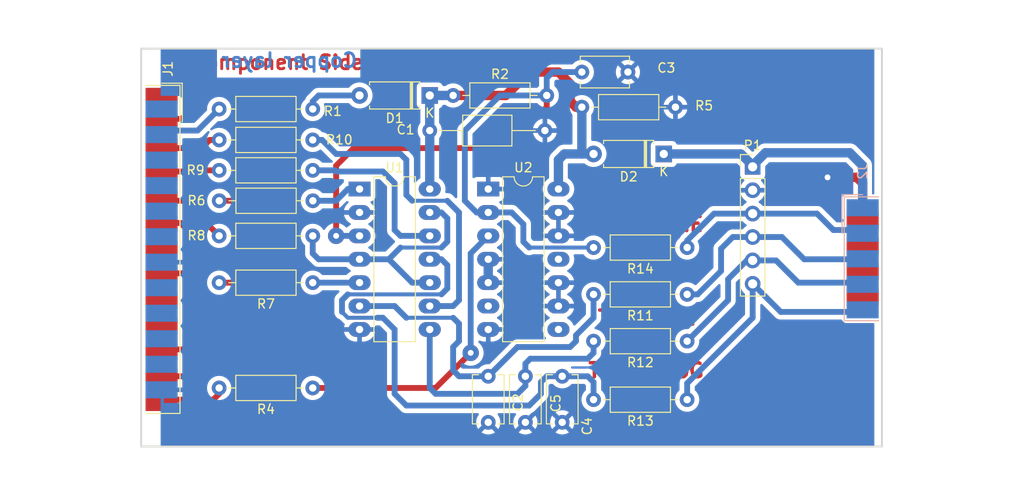
<source format=kicad_pcb>
(kicad_pcb (version 20231231) (generator "pcbnew") (generator_version "7.99")
  (title_block (rev "1") (company "Kicad Demo"))
  (layers (0 "F.Cu" signal "top_copper") (31 "B.Cu" signal "bottom_copper") (34 "B.Paste" user) (35 "F.Paste" user) (36 "B.SilkS" user "B.Silkscreen") (37 "F.SilkS" user "F.Silkscreen") (38 "B.Mask" user) (39 "F.Mask" user) (44 "Edge.Cuts" user))
  (net 0 "")
  (net 1 "/CLK-D1")
  (net 2 "/CTRL-D3")
  (net 3 "/DONE-SELECT*")
  (net 4 "/PWR_3,3-5V")
  (net 5 "/TCK-CCLK")
  (net 6 "/TD0-DONE")
  (net 7 "/TD0-PROG-D4")
  (net 8 "/TDI-DIN")
  (net 9 "/TDI-DIN-D0")
  (net 10 "/TMS-PROG")
  (net 11 "/TMS-PROG-D2")
  (net 12 "/VCC_SENSE-ERROR*")
  (net 13 "GND")
  (net 14 "VCC")
  (net 15 "Net-(U1B-O)")
  (net 16 "Net-(U1A-O)")
  (net 20 "Net-(U1D-O)")
  (net 21 "Net-(U1C-O)")
  (net 22 "Net-(D1-K)")
  (net 29 "Net-(J1-Pad11)")
  (net 34 "Net-(U2A-O)")
  (net 35 "Net-(U1A-E)")
  (net 36 "Net-(U1B-D)")
  (net 37 "Net-(U1B-E)")
  (net 38 "Net-(U1D-D)")
  (net 39 "Net-(U1C-D)")
  (footprint "Resistor_THT:R_Axial_DIN0207_L6.3mm_D2.5mm_P10.16mm_Horizontal" (layer "F.Cu") (at 162.56 88.9 180)
    (property "Reference" "R14" (at 5.08 -2.31 180) (layer "F.SilkS"))
    (property "Value" "100")
    (fp_line (start 9.12 0) (end 8.35 0) (stroke (width 0.12)) (layer "F.SilkS"))
    (fp_line (start 8.35 1.37) (end 8.35 -1.37) (stroke (width 0.12)) (layer "F.SilkS"))
    (fp_line (start 8.35 -1.37) (end 1.81 -1.37) (stroke (width 0.12)) (layer "F.SilkS"))
    (fp_line (start 1.81 1.37) (end 8.35 1.37) (stroke (width 0.12)) (layer "F.SilkS"))
    (fp_line (start 1.81 -1.37) (end 1.81 1.37) (stroke (width 0.12)) (layer "F.SilkS"))
    (fp_line (start 1.04 0) (end 1.81 0) (stroke (width 0.12)) (layer "F.SilkS"))
    (pad "1" thru_hole circle (at 0 0 180) (size 1.6 1.6) (drill 0.8) (layers "*.Cu" "*.Mask") (net 6 "/TD0-DONE"))
    (pad "2" thru_hole oval (at 10.16 0 180) (size 1.6 1.6) (drill 0.8) (layers "*.Cu" "*.Mask") (net 16 "Net-(U1A-O)"))
  )
  (footprint "Resistor_THT:R_Axial_DIN0207_L6.3mm_D2.5mm_P10.16mm_Horizontal" (layer "F.Cu") (at 121.92 80.518 180)
    (property "Reference" "R9" (at 12.72 0.018 180) (layer "F.SilkS"))
    (property "Value" "100")
    (fp_line (start 9.12 0) (end 8.35 0) (stroke (width 0.12)) (layer "F.SilkS"))
    (fp_line (start 8.35 1.37) (end 8.35 -1.37) (stroke (width 0.12)) (layer "F.SilkS"))
    (fp_line (start 8.35 -1.37) (end 1.81 -1.37) (stroke (width 0.12)) (layer "F.SilkS"))
    (fp_line (start 1.81 1.37) (end 8.35 1.37) (stroke (width 0.12)) (layer "F.SilkS"))
    (fp_line (start 1.81 -1.37) (end 1.81 1.37) (stroke (width 0.12)) (layer "F.SilkS"))
    (fp_line (start 1.04 0) (end 1.81 0) (stroke (width 0.12)) (layer "F.SilkS"))
    (pad "1" thru_hole circle (at 0 0 180) (size 1.6 1.6) (drill 0.8) (layers "*.Cu" "*.Mask") (net 38 "Net-(U1D-D)"))
    (pad "2" thru_hole oval (at 10.16 0 180) (size 1.6 1.6) (drill 0.8) (layers "*.Cu" "*.Mask") (net 11 "/TMS-PROG-D2"))
  )
  (footprint "Resistor_THT:R_Axial_DIN0207_L6.3mm_D2.5mm_P10.16mm_Horizontal" (layer "F.Cu") (at 121.92 104.14 180)
    (property "Reference" "R4" (at 5.08 -2.31 180) (layer "F.SilkS"))
    (property "Value" "47")
    (fp_line (start 9.12 0) (end 8.35 0) (stroke (width 0.12)) (layer "F.SilkS"))
    (fp_line (start 8.35 1.37) (end 8.35 -1.37) (stroke (width 0.12)) (layer "F.SilkS"))
    (fp_line (start 8.35 -1.37) (end 1.81 -1.37) (stroke (width 0.12)) (layer "F.SilkS"))
    (fp_line (start 1.81 1.37) (end 8.35 1.37) (stroke (width 0.12)) (layer "F.SilkS"))
    (fp_line (start 1.81 -1.37) (end 1.81 1.37) (stroke (width 0.12)) (layer "F.SilkS"))
    (fp_line (start 1.04 0) (end 1.81 0) (stroke (width 0.12)) (layer "F.SilkS"))
    (pad "1" thru_hole circle (at 0 0 180) (size 1.6 1.6) (drill 0.8) (layers "*.Cu" "*.Mask") (net 34 "Net-(U2A-O)"))
    (pad "2" thru_hole oval (at 10.16 0 180) (size 1.6 1.6) (drill 0.8) (layers "*.Cu" "*.Mask") (net 3 "/DONE-SELECT*"))
  )
  (footprint "Resistor_THT:R_Axial_DIN0207_L6.3mm_D2.5mm_P10.16mm_Horizontal" (layer "F.Cu") (at 162.56 105.41 180)
    (property "Reference" "R13" (at 5.08 -2.31 180) (layer "F.SilkS"))
    (property "Value" "100")
    (fp_line (start 9.12 0) (end 8.35 0) (stroke (width 0.12)) (layer "F.SilkS"))
    (fp_line (start 8.35 1.37) (end 8.35 -1.37) (stroke (width 0.12)) (layer "F.SilkS"))
    (fp_line (start 8.35 -1.37) (end 1.81 -1.37) (stroke (width 0.12)) (layer "F.SilkS"))
    (fp_line (start 1.81 1.37) (end 8.35 1.37) (stroke (width 0.12)) (layer "F.SilkS"))
    (fp_line (start 1.81 -1.37) (end 1.81 1.37) (stroke (width 0.12)) (layer "F.SilkS"))
    (fp_line (start 1.04 0) (end 1.81 0) (stroke (width 0.12)) (layer "F.SilkS"))
    (pad "1" thru_hole circle (at 0 0 180) (size 1.6 1.6) (drill 0.8) (layers "*.Cu" "*.Mask") (net 10 "/TMS-PROG"))
    (pad "2" thru_hole oval (at 10.16 0 180) (size 1.6 1.6) (drill 0.8) (layers "*.Cu" "*.Mask") (net 20 "Net-(U1D-O)"))
  )
  (footprint "Resistor_THT:R_Axial_DIN0207_L6.3mm_D2.5mm_P10.16mm_Horizontal" (layer "F.Cu") (at 162.56 99.06 180)
    (property "Reference" "R12" (at 5.08 -2.31 180) (layer "F.SilkS"))
    (property "Value" "100")
    (fp_line (start 9.12 0) (end 8.35 0) (stroke (width 0.12)) (layer "F.SilkS"))
    (fp_line (start 8.35 1.37) (end 8.35 -1.37) (stroke (width 0.12)) (layer "F.SilkS"))
    (fp_line (start 8.35 -1.37) (end 1.81 -1.37) (stroke (width 0.12)) (layer "F.SilkS"))
    (fp_line (start 1.81 1.37) (end 8.35 1.37) (stroke (width 0.12)) (layer "F.SilkS"))
    (fp_line (start 1.81 -1.37) (end 1.81 1.37) (stroke (width 0.12)) (layer "F.SilkS"))
    (fp_line (start 1.04 0) (end 1.81 0) (stroke (width 0.12)) (layer "F.SilkS"))
    (pad "1" thru_hole circle (at 0 0 180) (size 1.6 1.6) (drill 0.8) (layers "*.Cu" "*.Mask") (net 5 "/TCK-CCLK"))
    (pad "2" thru_hole oval (at 10.16 0 180) (size 1.6 1.6) (drill 0.8) (layers "*.Cu" "*.Mask") (net 21 "Net-(U1C-O)"))
  )
  (footprint "Resistor_THT:R_Axial_DIN0207_L6.3mm_D2.5mm_P10.16mm_Horizontal" (layer "F.Cu") (at 162.56 93.98 180)
    (property "Reference" "R11" (at 5.08 -2.31 180) (layer "F.SilkS"))
    (property "Value" "100")
    (fp_line (start 9.12 0) (end 8.35 0) (stroke (width 0.12)) (layer "F.SilkS"))
    (fp_line (start 8.35 1.37) (end 8.35 -1.37) (stroke (width 0.12)) (layer "F.SilkS"))
    (fp_line (start 8.35 -1.37) (end 1.81 -1.37) (stroke (width 0.12)) (layer "F.SilkS"))
    (fp_line (start 1.81 1.37) (end 8.35 1.37) (stroke (width 0.12)) (layer "F.SilkS"))
    (fp_line (start 1.81 -1.37) (end 1.81 1.37) (stroke (width 0.12)) (layer "F.SilkS"))
    (fp_line (start 1.04 0) (end 1.81 0) (stroke (width 0.12)) (layer "F.SilkS"))
    (pad "1" thru_hole circle (at 0 0 180) (size 1.6 1.6) (drill 0.8) (layers "*.Cu" "*.Mask") (net 8 "/TDI-DIN"))
    (pad "2" thru_hole oval (at 10.16 0 180) (size 1.6 1.6) (drill 0.8) (layers "*.Cu" "*.Mask") (net 15 "Net-(U1B-O)"))
  )
  (footprint "Resistor_THT:R_Axial_DIN0207_L6.3mm_D2.5mm_P10.16mm_Horizontal" (layer "F.Cu") (at 121.92 87.63 180)
    (property "Reference" "R8" (at 12.62 0.03 180) (layer "F.SilkS"))
    (property "Value" "100")
    (fp_line (start 9.12 0) (end 8.35 0) (stroke (width 0.12)) (layer "F.SilkS"))
    (fp_line (start 8.35 1.37) (end 8.35 -1.37) (stroke (width 0.12)) (layer "F.SilkS"))
    (fp_line (start 8.35 -1.37) (end 1.81 -1.37) (stroke (width 0.12)) (layer "F.SilkS"))
    (fp_line (start 1.81 1.37) (end 8.35 1.37) (stroke (width 0.12)) (layer "F.SilkS"))
    (fp_line (start 1.81 -1.37) (end 1.81 1.37) (stroke (width 0.12)) (layer "F.SilkS"))
    (fp_line (start 1.04 0) (end 1.81 0) (stroke (width 0.12)) (layer "F.SilkS"))
    (pad "1" thru_hole circle (at 0 0 180) (size 1.6 1.6) (drill 0.8) (layers "*.Cu" "*.Mask") (net 37 "Net-(U1B-E)"))
    (pad "2" thru_hole oval (at 10.16 0 180) (size 1.6 1.6) (drill 0.8) (layers "*.Cu" "*.Mask") (net 2 "/CTRL-D3"))
  )
  (footprint "Resistor_THT:R_Axial_DIN0207_L6.3mm_D2.5mm_P10.16mm_Horizontal" (layer "F.Cu") (at 121.92 92.71 180)
    (property "Reference" "R7" (at 5.08 -2.31 180) (layer "F.SilkS"))
    (property "Value" "100")
    (fp_line (start 9.12 0) (end 8.35 0) (stroke (width 0.12)) (layer "F.SilkS"))
    (fp_line (start 8.35 1.37) (end 8.35 -1.37) (stroke (width 0.12)) (layer "F.SilkS"))
    (fp_line (start 8.35 -1.37) (end 1.81 -1.37) (stroke (width 0.12)) (layer "F.SilkS"))
    (fp_line (start 1.81 1.37) (end 8.35 1.37) (stroke (width 0.12)) (layer "F.SilkS"))
    (fp_line (start 1.81 -1.37) (end 1.81 1.37) (stroke (width 0.12)) (layer "F.SilkS"))
    (fp_line (start 1.04 0) (end 1.81 0) (stroke (width 0.12)) (layer "F.SilkS"))
    (pad "1" thru_hole circle (at 0 0 180) (size 1.6 1.6) (drill 0.8) (layers "*.Cu" "*.Mask") (net 36 "Net-(U1B-D)"))
    (pad "2" thru_hole oval (at 10.16 0 180) (size 1.6 1.6) (drill 0.8) (layers "*.Cu" "*.Mask") (net 9 "/TDI-DIN-D0"))
  )
  (footprint "Resistor_THT:R_Axial_DIN0207_L6.3mm_D2.5mm_P10.16mm_Horizontal" (layer "F.Cu") (at 121.9327 83.82 180)
    (property "Reference" "R6" (at 12.6327 0.02 180) (layer "F.SilkS"))
    (property "Value" "100")
    (fp_line (start 9.12 0) (end 8.35 0) (stroke (width 0.12)) (layer "F.SilkS"))
    (fp_line (start 8.35 1.37) (end 8.35 -1.37) (stroke (width 0.12)) (layer "F.SilkS"))
    (fp_line (start 8.35 -1.37) (end 1.81 -1.37) (stroke (width 0.12)) (layer "F.SilkS"))
    (fp_line (start 1.81 1.37) (end 8.35 1.37) (stroke (width 0.12)) (layer "F.SilkS"))
    (fp_line (start 1.81 -1.37) (end 1.81 1.37) (stroke (width 0.12)) (layer "F.SilkS"))
    (fp_line (start 1.04 0) (end 1.81 0) (stroke (width 0.12)) (layer "F.SilkS"))
    (pad "1" thru_hole circle (at 0 0 180) (size 1.6 1.6) (drill 0.8) (layers "*.Cu" "*.Mask") (net 35 "Net-(U1A-E)"))
    (pad "2" thru_hole oval (at 10.16 0 180) (size 1.6 1.6) (drill 0.8) (layers "*.Cu" "*.Mask") (net 7 "/TD0-PROG-D4"))
  )
  (footprint "Resistor_THT:R_Axial_DIN0207_L6.3mm_D2.5mm_P10.16mm_Horizontal" (layer "F.Cu") (at 137.16 72.39)
    (property "Reference" "R2" (at 5.08 -2.31 0) (layer "F.SilkS"))
    (property "Value" "5,1K")
    (fp_line (start 1.04 0) (end 1.81 0) (stroke (width 0.12)) (layer "F.SilkS"))
    (fp_line (start 1.81 -1.37) (end 1.81 1.37) (stroke (width 0.12)) (layer "F.SilkS"))
    (fp_line (start 1.81 1.37) (end 8.35 1.37) (stroke (width 0.12)) (layer "F.SilkS"))
    (fp_line (start 8.35 -1.37) (end 1.81 -1.37) (stroke (width 0.12)) (layer "F.SilkS"))
    (fp_line (start 8.35 1.37) (end 8.35 -1.37) (stroke (width 0.12)) (layer "F.SilkS"))
    (fp_line (start 9.12 0) (end 8.35 0) (stroke (width 0.12)) (layer "F.SilkS"))
    (pad "1" thru_hole circle (at 0 0) (size 1.6 1.6) (drill 0.8) (layers "*.Cu" "*.Mask") (net 14 "VCC"))
    (pad "2" thru_hole oval (at 10.16 0) (size 1.6 1.6) (drill 0.8) (layers "*.Cu" "*.Mask") (net 16 "Net-(U1A-O)"))
  )
  (footprint "Resistor_THT:R_Axial_DIN0207_L6.3mm_D2.5mm_P10.16mm_Horizontal" (layer "F.Cu") (at 151.13 73.66)
    (property "Reference" "R5" (at 13.27 -0.16 0) (layer "F.SilkS"))
    (property "Value" "1K")
    (fp_line (start 1.04 0) (end 1.81 0) (stroke (width 0.12)) (layer "F.SilkS"))
    (fp_line (start 1.81 -1.37) (end 1.81 1.37) (stroke (width 0.12)) (layer "F.SilkS"))
    (fp_line (start 1.81 1.37) (end 8.35 1.37) (stroke (width 0.12)) (layer "F.SilkS"))
    (fp_line (start 8.35 -1.37) (end 1.81 -1.37) (stroke (width 0.12)) (layer "F.SilkS"))
    (fp_line (start 8.35 1.37) (end 8.35 -1.37) (stroke (width 0.12)) (layer "F.SilkS"))
    (fp_line (start 9.12 0) (end 8.35 0) (stroke (width 0.12)) (layer "F.SilkS"))
    (pad "1" thru_hole circle (at 0 0) (size 1.6 1.6) (drill 0.8) (layers "*.Cu" "*.Mask") (net 14 "VCC"))
    (pad "2" thru_hole oval (at 10.16 0) (size 1.6 1.6) (drill 0.8) (layers "*.Cu" "*.Mask") (net 13 "GND"))
  )
  (footprint "Resistor_THT:R_Axial_DIN0207_L6.3mm_D2.5mm_P10.16mm_Horizontal" (layer "F.Cu") (at 121.92 77.216 180)
    (property "Reference" "R10" (at -2.88 0.016 180) (layer "F.SilkS"))
    (property "Value" "100")
    (fp_line (start 9.12 0) (end 8.35 0) (stroke (width 0.12)) (layer "F.SilkS"))
    (fp_line (start 8.35 1.37) (end 8.35 -1.37) (stroke (width 0.12)) (layer "F.SilkS"))
    (fp_line (start 8.35 -1.37) (end 1.81 -1.37) (stroke (width 0.12)) (layer "F.SilkS"))
    (fp_line (start 1.81 1.37) (end 8.35 1.37) (stroke (width 0.12)) (layer "F.SilkS"))
    (fp_line (start 1.81 -1.37) (end 1.81 1.37) (stroke (width 0.12)) (layer "F.SilkS"))
    (fp_line (start 1.04 0) (end 1.81 0) (stroke (width 0.12)) (layer "F.SilkS"))
    (pad "1" thru_hole circle (at 0 0 180) (size 1.6 1.6) (drill 0.8) (layers "*.Cu" "*.Mask") (net 39 "Net-(U1C-D)"))
    (pad "2" thru_hole oval (at 10.16 0 180) (size 1.6 1.6) (drill 0.8) (layers "*.Cu" "*.Mask") (net 1 "/CLK-D1"))
  )
  (footprint "Diode_THT:D_A-405_P7.62mm_Horizontal" (layer "F.Cu") (at 160.02 78.74 180)
    (property "Reference" "D2" (at 3.81 -2.47 180) (layer "F.SilkS"))
    (property "Value" "BAT46")
    (fp_line (start 6.53 1.47) (end 6.53 1.14) (stroke (width 0.12)) (layer "F.SilkS"))
    (fp_line (start 6.53 -1.47) (end 6.53 -1.14) (stroke (width 0.12)) (layer "F.SilkS"))
    (fp_line (start 2.11 -1.47) (end 2.11 1.47) (stroke (width 0.12)) (layer "F.SilkS"))
    (fp_line (start 1.99 -1.47) (end 1.99 1.47) (stroke (width 0.12)) (layer "F.SilkS"))
    (fp_line (start 1.87 -1.47) (end 1.87 1.47) (stroke (width 0.12)) (layer "F.SilkS"))
    (fp_line (start 1.09 1.47) (end 6.53 1.47) (stroke (width 0.12)) (layer "F.SilkS"))
    (fp_line (start 1.09 1.14) (end 1.09 1.47) (stroke (width 0.12)) (layer "F.SilkS"))
    (fp_line (start 1.09 -1.14) (end 1.09 -1.47) (stroke (width 0.12)) (layer "F.SilkS"))
    (fp_line (start 1.09 -1.47) (end 6.53 -1.47) (stroke (width 0.12)) (layer "F.SilkS"))
    (fp_text user "K" (at 0 -1.9 180) (layer "F.SilkS"))
    (pad "1" thru_hole rect (at 0 0 180) (size 1.8 1.8) (drill 0.9) (layers "*.Cu" "*.Mask") (net 4 "/PWR_3,3-5V"))
    (pad "2" thru_hole oval (at 7.62 0 180) (size 1.8 1.8) (drill 0.9) (layers "*.Cu" "*.Mask") (net 14 "VCC"))
  )
  (footprint "Diode_THT:D_A-405_P7.62mm_Horizontal" (layer "F.Cu") (at 134.62 72.39 180)
    (property "Reference" "D1" (at 3.81 -2.47 180) (layer "F.SilkS"))
    (property "Value" "BAT46")
    (fp_line (start 6.53 1.47) (end 6.53 1.14) (stroke (width 0.12)) (layer "F.SilkS"))
    (fp_line (start 6.53 -1.47) (end 6.53 -1.14) (stroke (width 0.12)) (layer "F.SilkS"))
    (fp_line (start 2.11 -1.47) (end 2.11 1.47) (stroke (width 0.12)) (layer "F.SilkS"))
    (fp_line (start 1.99 -1.47) (end 1.99 1.47) (stroke (width 0.12)) (layer "F.SilkS"))
    (fp_line (start 1.87 -1.47) (end 1.87 1.47) (stroke (width 0.12)) (layer "F.SilkS"))
    (fp_line (start 1.09 1.47) (end 6.53 1.47) (stroke (width 0.12)) (layer "F.SilkS"))
    (fp_line (start 1.09 1.14) (end 1.09 1.47) (stroke (width 0.12)) (layer "F.SilkS"))
    (fp_line (start 1.09 -1.14) (end 1.09 -1.47) (stroke (width 0.12)) (layer "F.SilkS"))
    (fp_line (start 1.09 -1.47) (end 6.53 -1.47) (stroke (width 0.12)) (layer "F.SilkS"))
    (fp_text user "K" (at 0 -1.9 180) (layer "F.SilkS"))
    (pad "1" thru_hole rect (at 0 0 180) (size 1.8 1.8) (drill 0.9) (layers "*.Cu" "*.Mask") (net 14 "VCC"))
    (pad "2" thru_hole oval (at 7.62 0 180) (size 1.8 1.8) (drill 0.9) (layers "*.Cu" "*.Mask") (net 22 "Net-(D1-K)"))
  )
  (footprint "Resistor_THT:R_Axial_DIN0207_L6.3mm_D2.5mm_P10.16mm_Horizontal" (layer "F.Cu") (at 121.92 73.8632 180)
    (property "Reference" "R1" (at -2.18 -0.2368 180) (layer "F.SilkS"))
    (property "Value" "100")
    (fp_line (start 9.12 0) (end 8.35 0) (stroke (width 0.12)) (layer "F.SilkS"))
    (fp_line (start 8.35 1.37) (end 8.35 -1.37) (stroke (width 0.12)) (layer "F.SilkS"))
    (fp_line (start 8.35 -1.37) (end 1.81 -1.37) (stroke (width 0.12)) (layer "F.SilkS"))
    (fp_line (start 1.81 1.37) (end 8.35 1.37) (stroke (width 0.12)) (layer "F.SilkS"))
    (fp_line (start 1.81 -1.37) (end 1.81 1.37) (stroke (width 0.12)) (layer "F.SilkS"))
    (fp_line (start 1.04 0) (end 1.81 0) (stroke (width 0.12)) (layer "F.SilkS"))
    (pad "1" thru_hole circle (at 0 0 180) (size 1.6 1.6) (drill 0.8) (layers "*.Cu" "*.Mask") (net 22 "Net-(D1-K)"))
    (pad "2" thru_hole oval (at 10.16 0 180) (size 1.6 1.6) (drill 0.8) (layers "*.Cu" "*.Mask") (net 12 "/VCC_SENSE-ERROR*"))
  )
  (footprint "Capacitor_THT:C_Axial_L5.1mm_D3.1mm_P12.50mm_Horizontal" (layer "F.Cu") (at 134.62 76.2)
    (property "Reference" "C1" (at -2.62 -0.1 0) (layer "F.SilkS"))
    (property "Value" "1uF")
    (fp_line (start 1.04 0) (end 3.58 0) (stroke (width 0.12)) (layer "F.SilkS"))
    (fp_line (start 3.58 -1.67) (end 3.58 1.67) (stroke (width 0.12)) (layer "F.SilkS"))
    (fp_line (start 3.58 1.67) (end 8.92 1.67) (stroke (width 0.12)) (layer "F.SilkS"))
    (fp_line (start 8.92 -1.67) (end 3.58 -1.67) (stroke (width 0.12)) (layer "F.SilkS"))
    (fp_line (start 8.92 1.67) (end 8.92 -1.67) (stroke (width 0.12)) (layer "F.SilkS"))
    (fp_line (start 11.46 0) (end 8.92 0) (stroke (width 0.12)) (layer "F.SilkS"))
    (pad "1" thru_hole circle (at 0 0) (size 1.6 1.6) (drill 0.8) (layers "*.Cu" "*.Mask") (net 14 "VCC"))
    (pad "2" thru_hole oval (at 12.5 0) (size 1.6 1.6) (drill 0.8) (layers "*.Cu" "*.Mask") (net 13 "GND"))
  )
  (footprint "Connector_PinHeader_2.54mm:PinHeader_1x06_P2.54mm_Vertical" (layer "F.Cu") (at 169.672 80.137)
    (property "Reference" "P1" (at 0 -2.33 0) (layer "F.SilkS"))
    (property "Value" "CONN_6")
    (fp_line (start -1.33 -1.33) (end 0 -1.33) (stroke (width 0.12)) (layer "F.SilkS"))
    (fp_line (start -1.33 0) (end -1.33 -1.33) (stroke (width 0.12)) (layer "F.SilkS"))
    (fp_line (start -1.33 1.27) (end -1.33 14.03) (stroke (width 0.12)) (layer "F.SilkS"))
    (fp_line (start -1.33 1.27) (end 1.33 1.27) (stroke (width 0.12)) (layer "F.SilkS"))
    (fp_line (start -1.33 14.03) (end 1.33 14.03) (stroke (width 0.12)) (layer "F.SilkS"))
    (fp_line (start 1.33 1.27) (end 1.33 14.03) (stroke (width 0.12)) (layer "F.SilkS"))
    (pad "1" thru_hole rect (at 0 0) (size 1.7 1.7) (drill 1) (layers "*.Cu" "*.Mask") (net 4 "/PWR_3,3-5V"))
    (pad "2" thru_hole oval (at 0 2.54) (size 1.7 1.7) (drill 1) (layers "*.Cu" "*.Mask") (net 13 "GND"))
    (pad "3" thru_hole oval (at 0 5.08) (size 1.7 1.7) (drill 1) (layers "*.Cu" "*.Mask") (net 6 "/TD0-DONE"))
    (pad "4" thru_hole oval (at 0 7.62) (size 1.7 1.7) (drill 1) (layers "*.Cu" "*.Mask") (net 8 "/TDI-DIN"))
    (pad "5" thru_hole oval (at 0 10.16) (size 1.7 1.7) (drill 1) (layers "*.Cu" "*.Mask") (net 5 "/TCK-CCLK"))
    (pad "6" thru_hole oval (at 0 12.7) (size 1.7 1.7) (drill 1) (layers "*.Cu" "*.Mask") (net 10 "/TMS-PROG"))
  )
  (footprint "Package_DIP:DIP-14_W7.62mm_LongPads" (layer "F.Cu") (at 140.97 82.55)
    (property "Reference" "U2" (at 3.81 -2.33 0) (layer "F.SilkS"))
    (property "Value" "74LS125")
    (fp_line (start 1.56 -1.33) (end 1.56 16.57) (stroke (width 0.12)) (layer "F.SilkS"))
    (fp_line (start 1.56 16.57) (end 6.06 16.57) (stroke (width 0.12)) (layer "F.SilkS"))
    (fp_line (start 2.81 -1.33) (end 1.56 -1.33) (stroke (width 0.12)) (layer "F.SilkS"))
    (fp_line (start 6.06 -1.33) (end 4.81 -1.33) (stroke (width 0.12)) (layer "F.SilkS"))
    (fp_line (start 6.06 16.57) (end 6.06 -1.33) (stroke (width 0.12)) (layer "F.SilkS"))
    (fp_arc (start 4.81 -1.33) (mid 3.81 -0.33) (end 2.81 -1.33) (stroke (width 0.12)) (layer "F.SilkS"))
    (pad "1" thru_hole rect (at 0 0) (size 2.4 1.6) (drill 0.8) (layers "*.Cu" "*.Mask") (net 13 "GND"))
    (pad "2" thru_hole oval (at 0 2.54) (size 2.4 1.6) (drill 0.8) (layers "*.Cu" "*.Mask") (net 16 "Net-(U1A-O)"))
    (pad "3" thru_hole oval (at 0 5.08) (size 2.4 1.6) (drill 0.8) (layers "*.Cu" "*.Mask") (net 34 "Net-(U2A-O)"))
    (pad "4" thru_hole oval (at 0 7.62) (size 2.4 1.6) (drill 0.8) (layers "*.Cu" "*.Mask") (net 13 "GND"))
    (pad "5" thru_hole oval (at 0 10.16) (size 2.4 1.6) (drill 0.8) (layers "*.Cu" "*.Mask") (net 13 "GND"))
    (pad "6" thru_hole oval (at 0 12.7) (size 2.4 1.6) (drill 0.8) (layers "*.Cu" "*.Mask"))
    (pad "7" thru_hole oval (at 0 15.24) (size 2.4 1.6) (drill 0.8) (layers "*.Cu" "*.Mask") (net 13 "GND"))
    (pad "8" thru_hole oval (at 7.62 15.24) (size 2.4 1.6) (drill 0.8) (layers "*.Cu" "*.Mask"))
    (pad "9" thru_hole oval (at 7.62 12.7) (size 2.4 1.6) (drill 0.8) (layers "*.Cu" "*.Mask") (net 13 "GND"))
    (pad "10" thru_hole oval (at 7.62 10.16) (size 2.4 1.6) (drill 0.8) (layers "*.Cu" "*.Mask") (net 13 "GND"))
    (pad "11" thru_hole oval (at 7.62 7.62) (size 2.4 1.6) (drill 0.8) (layers "*.Cu" "*.Mask"))
    (pad "12" thru_hole oval (at 7.62 5.08) (size 2.4 1.6) (drill 0.8) (layers "*.Cu" "*.Mask") (net 13 "GND"))
    (pad "13" thru_hole oval (at 7.62 2.54) (size 2.4 1.6) (drill 0.8) (layers "*.Cu" "*.Mask") (net 13 "GND"))
    (pad "14" thru_hole oval (at 7.62 0) (size 2.4 1.6) (drill 0.8) (layers "*.Cu" "*.Mask") (net 14 "VCC"))
  )
  (footprint "Package_DIP:DIP-14_W7.62mm_LongPads" (layer "F.Cu") (at 127 82.55)
    (property "Reference" "U1" (at 3.81 -2.33 0) (layer "F.SilkS"))
    (property "Value" "74LS125")
    (fp_line (start 1.56 -1.33) (end 1.56 16.57) (stroke (width 0.12)) (layer "F.SilkS"))
    (fp_line (start 1.56 16.57) (end 6.06 16.57) (stroke (width 0.12)) (layer "F.SilkS"))
    (fp_line (start 2.81 -1.33) (end 1.56 -1.33) (stroke (width 0.12)) (layer "F.SilkS"))
    (fp_line (start 6.06 -1.33) (end 4.81 -1.33) (stroke (width 0.12)) (layer "F.SilkS"))
    (fp_line (start 6.06 16.57) (end 6.06 -1.33) (stroke (width 0.12)) (layer "F.SilkS"))
    (fp_arc (start 4.81 -1.33) (mid 3.81 -0.33) (end 2.81 -1.33) (stroke (width 0.12)) (layer "F.SilkS"))
    (pad "1" thru_hole rect (at 0 0) (size 2.4 1.6) (drill 0.8) (layers "*.Cu" "*.Mask") (net 35 "Net-(U1A-E)"))
    (pad "2" thru_hole oval (at 0 2.54) (size 2.4 1.6) (drill 0.8) (layers "*.Cu" "*.Mask") (net 13 "GND"))
    (pad "3" thru_hole oval (at 0 5.08) (size 2.4 1.6) (drill 0.8) (layers "*.Cu" "*.Mask") (net 16 "Net-(U1A-O)"))
    (pad "4" thru_hole oval (at 0 7.62) (size 2.4 1.6) (drill 0.8) (layers "*.Cu" "*.Mask") (net 37 "Net-(U1B-E)"))
    (pad "5" thru_hole oval (at 0 10.16) (size 2.4 1.6) (drill 0.8) (layers "*.Cu" "*.Mask") (net 36 "Net-(U1B-D)"))
    (pad "6" thru_hole oval (at 0 12.7) (size 2.4 1.6) (drill 0.8) (layers "*.Cu" "*.Mask") (net 15 "Net-(U1B-O)"))
    (pad "7" thru_hole oval (at 0 15.24) (size 2.4 1.6) (drill 0.8) (layers "*.Cu" "*.Mask") (net 13 "GND"))
    (pad "8" thru_hole oval (at 7.62 15.24) (size 2.4 1.6) (drill 0.8) (layers "*.Cu" "*.Mask") (net 21 "Net-(U1C-O)"))
    (pad "9" thru_hole oval (at 7.62 12.7) (size 2.4 1.6) (drill 0.8) (layers "*.Cu" "*.Mask") (net 39 "Net-(U1C-D)"))
    (pad "10" thru_hole oval (at 7.62 10.16) (size 2.4 1.6) (drill 0.8) (layers "*.Cu" "*.Mask") (net 37 "Net-(U1B-E)"))
    (pad "11" thru_hole oval (at 7.62 7.62) (size 2.4 1.6) (drill 0.8) (layers "*.Cu" "*.Mask") (net 20 "Net-(U1D-O)"))
    (pad "12" thru_hole oval (at 7.62 5.08) (size 2.4 1.6) (drill 0.8) (layers "*.Cu" "*.Mask") (net 38 "Net-(U1D-D)"))
    (pad "13" thru_hole oval (at 7.62 2.54) (size 2.4 1.6) (drill 0.8) (layers "*.Cu" "*.Mask") (net 37 "Net-(U1B-E)"))
    (pad "14" thru_hole oval (at 7.62 0) (size 2.4 1.6) (drill 0.8) (layers "*.Cu" "*.Mask") (net 14 "VCC"))
  )
  (footprint "Capacitor_THT:C_Disc_D5.1mm_W3.2mm_P5.00mm" (layer "F.Cu") (at 145 102.87 -90)
    (property "Reference" "C5" (at 2.93 -3.3 -90) (layer "F.SilkS"))
    (property "Value" "100pF")
    (fp_line (start -0.17 1.721) (end 5.17 1.721) (stroke (width 0.12)) (layer "F.SilkS"))
    (fp_line (start -0.17 1.055) (end -0.17 1.721) (stroke (width 0.12)) (layer "F.SilkS"))
    (fp_line (start 5.17 1.055) (end 5.17 1.721) (stroke (width 0.12)) (layer "F.SilkS"))
    (fp_line (start -0.17 -1.721) (end -0.17 -1.055) (stroke (width 0.12)) (layer "F.SilkS"))
    (fp_line (start -0.17 -1.721) (end 5.17 -1.721) (stroke (width 0.12)) (layer "F.SilkS"))
    (fp_line (start 5.17 -1.721) (end 5.17 -1.055) (stroke (width 0.12)) (layer "F.SilkS"))
    (pad "1" thru_hole circle (at 0 0 270) (size 1.6 1.6) (drill 0.8) (layers "*.Cu" "*.Mask") (net 21 "Net-(U1C-O)"))
    (pad "2" thru_hole circle (at 5 0 270) (size 1.6 1.6) (drill 0.8) (layers "*.Cu" "*.Mask") (net 13 "GND"))
  )
  (footprint "Capacitor_THT:C_Disc_D5.1mm_W3.2mm_P5.00mm" (layer "F.Cu") (at 149 102.87 -90)
    (property "Reference" "C4" (at 5.43 -2.7 -90) (layer "F.SilkS"))
    (property "Value" "100pF")
    (fp_line (start -0.17 1.721) (end 5.17 1.721) (stroke (width 0.12)) (layer "F.SilkS"))
    (fp_line (start -0.17 1.055) (end -0.17 1.721) (stroke (width 0.12)) (layer "F.SilkS"))
    (fp_line (start 5.17 1.055) (end 5.17 1.721) (stroke (width 0.12)) (layer "F.SilkS"))
    (fp_line (start -0.17 -1.721) (end -0.17 -1.055) (stroke (width 0.12)) (layer "F.SilkS"))
    (fp_line (start -0.17 -1.721) (end 5.17 -1.721) (stroke (width 0.12)) (layer "F.SilkS"))
    (fp_line (start 5.17 -1.721) (end 5.17 -1.055) (stroke (width 0.12)) (layer "F.SilkS"))
    (pad "1" thru_hole circle (at 0 0 270) (size 1.6 1.6) (drill 0.8) (layers "*.Cu" "*.Mask") (net 20 "Net-(U1D-O)"))
    (pad "2" thru_hole circle (at 5 0 270) (size 1.6 1.6) (drill 0.8) (layers "*.Cu" "*.Mask") (net 13 "GND"))
  )
  (footprint "Capacitor_THT:C_Disc_D5.1mm_W3.2mm_P5.00mm" (layer "F.Cu") (at 151.13 69.85)
    (property "Reference" "C3" (at 9.17 -0.45 0) (layer "F.SilkS"))
    (property "Value" "100pF")
    (fp_line (start -0.17 -1.721) (end -0.17 -1.055) (stroke (width 0.12)) (layer "F.SilkS"))
    (fp_line (start -0.17 -1.721) (end 5.17 -1.721) (stroke (width 0.12)) (layer "F.SilkS"))
    (fp_line (start -0.17 1.055) (end -0.17 1.721) (stroke (width 0.12)) (layer "F.SilkS"))
    (fp_line (start -0.17 1.721) (end 5.17 1.721) (stroke (width 0.12)) (layer "F.SilkS"))
    (fp_line (start 5.17 -1.721) (end 5.17 -1.055) (stroke (width 0.12)) (layer "F.SilkS"))
    (fp_line (start 5.17 1.055) (end 5.17 1.721) (stroke (width 0.12)) (layer "F.SilkS"))
    (pad "1" thru_hole circle (at 0 0) (size 1.6 1.6) (drill 0.8) (layers "*.Cu" "*.Mask") (net 16 "Net-(U1A-O)"))
    (pad "2" thru_hole circle (at 5 0) (size 1.6 1.6) (drill 0.8) (layers "*.Cu" "*.Mask") (net 13 "GND"))
  )
  (footprint "Capacitor_THT:C_Disc_D5.1mm_W3.2mm_P5.00mm" (layer "F.Cu") (at 140.97 102.87 -90)
    (property "Reference" "C2" (at 2.83 -3.23 -90) (layer "F.SilkS"))
    (property "Value" "100pF")
    (fp_line (start -0.17 1.721) (end 5.17 1.721) (stroke (width 0.12)) (layer "F.SilkS"))
    (fp_line (start -0.17 1.055) (end -0.17 1.721) (stroke (width 0.12)) (layer "F.SilkS"))
    (fp_line (start 5.17 1.055) (end 5.17 1.721) (stroke (width 0.12)) (layer "F.SilkS"))
    (fp_line (start -0.17 -1.721) (end -0.17 -1.055) (stroke (width 0.12)) (layer "F.SilkS"))
    (fp_line (start -0.17 -1.721) (end 5.17 -1.721) (stroke (width 0.12)) (layer "F.SilkS"))
    (fp_line (start 5.17 -1.721) (end 5.17 -1.055) (stroke (width 0.12)) (layer "F.SilkS"))
    (pad "1" thru_hole circle (at 0 0 270) (size 1.6 1.6) (drill 0.8) (layers "*.Cu" "*.Mask") (net 15 "Net-(U1B-O)"))
    (pad "2" thru_hole circle (at 5 0 270) (size 1.6 1.6) (drill 0.8) (layers "*.Cu" "*.Mask") (net 13 "GND"))
  )
  (footprint "Connector_Dsub:DSUB-25_Male_EdgeMount_P2.77mm" (layer "F.Cu") (at 105.5116 89.1032 -90)
    (property "Reference" "J1" (at -19.6032 -0.6884 90) (layer "F.SilkS"))
    (property "Value" "DB25MALE")
    (fp_line (start 17.803333 1.74) (end 17.803333 -2) (stroke (width 0.12)) (layer "F.SilkS"))
    (fp_line (start -18.043333 0) (end -18.043333 -2.24) (stroke (width 0.12)) (layer "F.SilkS"))
    (fp_line (start -17.803333 -2) (end -17.803333 1.74) (stroke (width 0.12)) (layer "F.SilkS"))
    (fp_line (start 17.803333 -2) (end -17.803333 -2) (stroke (width 0.12)) (layer "F.SilkS"))
    (fp_line (start -18.043333 -2.24) (end -13.85 -2.24) (stroke (width 0.12)) (layer "F.SilkS"))
    (pad "1" smd rect (at -16.62 0 270) (size 1.846667 3.48) (layers "F.Cu" "F.Paste" "F.Mask"))
    (pad "2" smd rect (at -13.85 0 270) (size 1.846667 3.48) (layers "F.Cu" "F.Paste" "F.Mask") (net 9 "/TDI-DIN-D0"))
    (pad "3" smd rect (at -11.08 0 270) (size 1.846667 3.48) (layers "F.Cu" "F.Paste" "F.Mask") (net 1 "/CLK-D1"))
    (pad "4" smd rect (at -8.31 0 270) (size 1.846667 3.48) (layers "F.Cu" "F.Paste" "F.Mask") (net 11 "/TMS-PROG-D2"))
    (pad "5" smd rect (at -5.54 0 270) (size 1.846667 3.48) (layers "F.Cu" "F.Paste" "F.Mask") (net 2 "/CTRL-D3"))
    (pad "6" smd rect (at -2.77 0 270) (size 1.846667 3.48) (layers "F.Cu" "F.Paste" "F.Mask") (net 7 "/TD0-PROG-D4"))
    (pad "7" smd rect (at 0 0 270) (size 1.846667 3.48) (layers "F.Cu" "F.Paste" "F.Mask"))
    (pad "8" smd rect (at 2.77 0 270) (size 1.846667 3.48) (layers "F.Cu" "F.Paste" "F.Mask") (net 29 "Net-(J1-Pad11)"))
    (pad "9" smd rect (at 5.54 0 270) (size 1.846667 3.48) (layers "F.Cu" "F.Paste" "F.Mask"))
    (pad "10" smd rect (at 8.31 0 270) (size 1.846667 3.48) (layers "F.Cu" "F.Paste" "F.Mask"))
    (pad "11" smd rect (at 11.08 0 270) (size 1.846667 3.48) (layers "F.Cu" "F.Paste" "F.Mask") (net 29 "Net-(J1-Pad11)"))
    (pad "12" smd rect (at 13.85 0 270) (size 1.846667 3.48) (layers "F.Cu" "F.Paste" "F.Mask") (net 29 "Net-(J1-Pad11)"))
    (pad "13" smd rect (at 16.62 0 270) (size 1.846667 3.48) (layers "F.Cu" "F.Paste" "F.Mask") (net 3 "/DONE-SELECT*"))
    (pad "14" smd rect (at -15.235 0 270) (size 1.846667 3.48) (layers "B.Cu" "B.Paste" "B.Mask"))
    (pad "15" smd rect (at -12.465 0 270) (size 1.846667 3.48) (layers "B.Cu" "B.Paste" "B.Mask") (net 12 "/VCC_SENSE-ERROR*"))
    (pad "16" smd rect (at -9.695 0 270) (size 1.846667 3.48) (layers "B.Cu" "B.Paste" "B.Mask"))
    (pad "17" smd rect (at -6.925 0 270) (size 1.846667 3.48) (layers "B.Cu" "B.Paste" "B.Mask"))
    (pad "18" smd rect (at -4.155 0 270) (size 1.846667 3.48) (layers "B.Cu" "B.Paste" "B.Mask"))
    (pad "19" smd rect (at -1.385 0 270) (size 1.846667 3.48) (layers "B.Cu" "B.Paste" "B.Mask"))
    (pad "20" smd rect (at 1.385 0 270) (size 1.846667 3.48) (layers "B.Cu" "B.Paste" "B.Mask") (net 13 "GND"))
    (pad "21" smd rect (at 4.155 0 270) (size 1.846667 3.48) (layers "B.Cu" "B.Paste" "B.Mask"))
    (pad "22" smd rect (at 6.925 0 270) (size 1.846667 3.48) (layers "B.Cu" "B.Paste" "B.Mask"))
    (pad "23" smd rect (at 9.695 0 270) (size 1.846667 3.48) (layers "B.Cu" "B.Paste" "B.Mask"))
    (pad "24" smd rect (at 12.465 0 270) (size 1.846667 3.48) (layers "B.Cu" "B.Paste" "B.Mask"))
    (pad "25" smd rect (at 15.235 0 270) (size 1.846667 3.48) (layers "B.Cu" "B.Paste" "B.Mask") (net 13 "GND"))
  )
  (footprint "Connector_Dsub:DSUB-9_Male_EdgeMount_P2.77mm" (layer "B.Cu") (at 181.61 90.1192 -90)
    (property "Reference" "J2" (at -9.463333 0 90) (layer "B.SilkS") (effects (justify mirror)))
    (property "Value" "DB9MALE")
    (fp_line (start -6.963333 2.24) (end -6.963333 0) (stroke (width 0.12)) (layer "B.SilkS"))
    (fp_line (start -2.77 2.24) (end -6.963333 2.24) (stroke (width 0.12)) (layer "B.SilkS"))
    (fp_line (start -6.723333 2) (end 6.723333 2) (stroke (width 0.12)) (layer "B.SilkS"))
    (fp_line (start 6.723333 2) (end 6.723333 -1.74) (stroke (width 0.12)) (layer "B.SilkS"))
    (fp_line (start -6.723333 -1.74) (end -6.723333 2) (stroke (width 0.12)) (layer "B.SilkS"))
    (pad "1" smd rect (at -5.54 0 270) (size 1.846667 3.48) (layers "B.Cu" "B.Paste" "B.Mask") (net 4 "/PWR_3,3-5V"))
    (pad "2" smd rect (at -2.77 0 270) (size 1.846667 3.48) (layers "B.Cu" "B.Paste" "B.Mask") (net 6 "/TD0-DONE"))
    (pad "3" smd rect (at 0 0 270) (size 1.846667 3.48) (layers "B.Cu" "B.Paste" "B.Mask") (net 8 "/TDI-DIN"))
    (pad "4" smd rect (at 2.77 0 270) (size 1.846667 3.48) (layers "B.Cu" "B.Paste" "B.Mask") (net 5 "/TCK-CCLK"))
    (pad "5" smd rect (at 5.54 0 270) (size 1.846667 3.48) (layers "B.Cu" "B.Paste" "B.Mask") (net 10 "/TMS-PROG"))
    (pad "6" smd rect (at -4.155 0 270) (size 1.846667 3.48) (layers "F.Cu" "F.Paste" "F.Mask") (net 13 "GND"))
    (pad "7" smd rect (at -1.385 0 270) (size 1.846667 3.48) (layers "F.Cu" "F.Paste" "F.Mask") (net 13 "GND"))
    (pad "8" smd rect (at 1.385 0 270) (size 1.846667 3.48) (layers "F.Cu" "F.Paste" "F.Mask") (net 13 "GND"))
    (pad "9" smd rect (at 4.155 0 270) (size 1.846667 3.48) (layers "F.Cu" "F.Paste" "F.Mask") (net 13 "GND"))
  )
  (gr_line (start 103.3 110.49) (end 103.3 67.31) (stroke (width 0.2)) (layer "Edge.Cuts"))
  (gr_line (start 183.7 110.49) (end 103.3 110.49) (stroke (width 0.2)) (layer "Edge.Cuts"))
  (gr_line (start 103.3 67.31) (end 183.7 67.31) (stroke (width 0.2)) (layer "Edge.Cuts"))
  (gr_line (start 183.7 67.31) (end 183.7 110.49) (stroke (width 0.2)) (layer "Edge.Cuts"))
  (gr_text "TMS-PROG" (at 158.115 102.235 0) (layer "F.Cu") (effects (font (size 1.524 1.524) (thickness 0.381))))
  (gr_text "TDO-DONE" (at 158.115 86.36 0) (layer "F.Cu") (effects (font (size 1.524 1.524) (thickness 0.381))))
  (gr_text "GND" (at 162.56 81.28 0) (layer "F.Cu") (effects (font (size 1.524 1.524) (thickness 0.381))))
  (gr_text "TCK-CCL" (at 158.115 96.52 0) (layer "F.Cu") (effects (font (size 1.524 1.524) (thickness 0.381))))
  (gr_text "Component Side" (at 118.1 68.8 0) (layer "F.Cu") (effects (font (size 1.524 1.524) (thickness 0.3048))))
  (gr_text "VCC" (at 162.56 76.2 0) (layer "F.Cu") (effects (font (size 1.524 1.524) (thickness 0.381))))
  (gr_text "TDI-TIN" (at 158.115 91.44 0) (layer "F.Cu") (effects (font (size 1.524 1.524) (thickness 0.381))))
  (gr_text "Copper layer" (at 119.38 68.58 0) (layer "B.Cu") (effects (font (size 1.524 1.524) (thickness 0.3048)) (justify mirror)))
  (segment (start 109.855 78.105) (end 106.045 78.105) (width 0.635) (layer "F.Cu") (net 1))
  (segment (start 111.76 77.216) (end 110.744 77.216) (width 0.635) (layer "F.Cu") (net 1))
  (segment (start 106.045 78.105) (end 105.537 77.978) (width 0.635) (layer "F.Cu") (net 1))
  (segment (start 110.744 77.216) (end 109.855 78.105) (width 0.635) (layer "F.Cu") (net 1))
  (segment (start 109.22 83.82) (end 105.41 83.82) (width 0.635) (layer "F.Cu") (net 2))
  (segment (start 109.855 84.455) (end 109.22 83.82) (width 0.635) (layer "F.Cu") (net 2))
  (segment (start 111.76 87.63) (end 109.855 85.725) (width 0.635) (layer "F.Cu") (net 2))
  (segment (start 109.855 85.725) (end 109.855 84.455) (width 0.635) (layer "F.Cu") (net 2))
  (segment (start 105.41 83.82) (end 105.537 83.439) (width 0.635) (layer "F.Cu") (net 2))
  (segment (start 111.76 104.14) (end 111.76 104.775) (width 0.635) (layer "F.Cu") (net 3))
  (segment (start 111.76 104.775) (end 111.125 105.41) (width 0.635) (layer "F.Cu") (net 3))
  (segment (start 111.125 105.41) (end 105.537 105.41) (width 0.635) (layer "F.Cu") (net 3))
  (segment (start 181.61 80.01) (end 180.213 78.613) (width 1.016) (layer "B.Cu") (net 4))
  (segment (start 160.02 78.74) (end 168.40201 78.74) (width 1.016) (layer "B.Cu") (net 4))
  (segment (start 180.213 78.613) (end 171.050935 78.613) (width 1.016) (layer "B.Cu") (net 4))
  (segment (start 181.61 80.01) (end 181.61 84.582) (width 1.016) (layer "B.Cu") (net 4))
  (segment (start 171.050935 78.613) (end 169.599468 80.064467) (width 1.016) (layer "B.Cu") (net 4))
  (segment (start 168.40201 78.74) (end 169.672 80.00999) (width 1.016) (layer "B.Cu") (net 4))
  (segment (start 169.037 90.297) (end 167.005 92.329) (width 0.635) (layer "B.Cu") (net 5))
  (segment (start 181.61 92.71) (end 181.61 92.964) (width 0.635) (layer "B.Cu") (net 5))
  (segment (start 169.672 90.297) (end 169.037 90.297) (width 0.635) (layer "B.Cu") (net 5))
  (segment (start 174.625 92.71) (end 181.61 92.71) (width 0.635) (layer "B.Cu") (net 5))
  (segment (start 169.672 90.297) (end 172.212 90.297) (width 0.635) (layer "B.Cu") (net 5))
  (segment (start 167.005 92.329) (end 167.005 94.615) (width 0.635) (layer "B.Cu") (net 5))
  (segment (start 172.212 90.297) (end 174.625 92.71) (width 0.635) (layer "B.Cu") (net 5))
  (segment (start 167.005 94.615) (end 162.56 99.06) (width 0.635) (layer "B.Cu") (net 5))
  (segment (start 178.435 86.995) (end 180.975 86.995) (width 0.635) (layer "B.Cu") (net 6))
  (segment (start 180.975 86.995) (end 181.61 87.376) (width 0.635) (layer "B.Cu") (net 6))
  (segment (start 169.672 85.217) (end 176.657 85.217) (width 0.635) (layer "B.Cu") (net 6))
  (segment (start 162.56 88.138) (end 165.481 85.217) (width 0.635) (layer "B.Cu") (net 6))
  (segment (start 165.481 85.217) (end 169.672 85.217) (width 0.635) (layer "B.Cu") (net 6))
  (segment (start 162.56 88.9) (end 162.56 88.138) (width 0.635) (layer "B.Cu") (net 6))
  (segment (start 176.657 85.217) (end 178.435 86.995) (width 0.635) (layer "B.Cu") (net 6))
  (segment (start 110.744 89.408) (end 113.284 89.408) (width 0.635) (layer "F.Cu") (net 7))
  (segment (start 114.3 84.455) (end 113.665 83.82) (width 0.635) (layer "F.Cu") (net 7))
  (segment (start 107.569 86.233) (end 110.744 89.408) (width 0.635) (layer "F.Cu") (net 7))
  (segment (start 114.3 88.392) (end 114.3 84.455) (width 0.635) (layer "F.Cu") (net 7))
  (segment (start 105.537 86.233) (end 107.569 86.233) (width 0.635) (layer "F.Cu") (net 7))
  (segment (start 113.665 83.82) (end 111.76 83.82) (width 0.635) (layer "F.Cu") (net 7))
  (segment (start 113.284 89.408) (end 114.3 88.392) (width 0.635) (layer "F.Cu") (net 7))
  (segment (start 167.513 87.757) (end 166.243 89.027) (width 0.635) (layer "B.Cu") (net 8))
  (segment (start 169.672 87.757) (end 172.847 87.757) (width 0.635) (layer "B.Cu") (net 8))
  (segment (start 175.26 90.17) (end 181.61 90.17) (width 0.635) (layer "B.Cu") (net 8))
  (segment (start 162.56 93.98) (end 163.703 93.98) (width 0.635) (layer "B.Cu") (net 8))
  (segment (start 163.703 93.98) (end 166.243 91.44) (width 0.635) (layer "B.Cu") (net 8))
  (segment (start 166.243 89.027) (end 166.243 91.44) (width 0.635) (layer "B.Cu") (net 8))
  (segment (start 172.847 87.757) (end 175.26 90.17) (width 0.635) (layer "B.Cu") (net 8))
  (segment (start 169.672 87.757) (end 167.513 87.757) (width 0.635) (layer "B.Cu") (net 8))
  (segment (start 116.205 91.44) (end 116.205 72.771) (width 0.635) (layer "F.Cu") (net 9))
  (segment (start 111.76 92.71) (end 114.935 92.71) (width 0.635) (layer "F.Cu") (net 9))
  (segment (start 115.316 71.882) (end 110.744 71.882) (width 0.635) (layer "F.Cu") (net 9))
  (segment (start 114.935 92.71) (end 116.205 91.44) (width 0.635) (layer "F.Cu") (net 9))
  (segment (start 106.045 74.93) (end 106.045 75.565) (width 0.635) (layer "F.Cu") (net 9))
  (segment (start 107.696 74.93) (end 106.045 74.93) (width 0.635) (layer "F.Cu") (net 9))
  (segment (start 106.045 75.565) (end 105.537 75.184) (width 0.635) (layer "F.Cu") (net 9))
  (segment (start 116.205 72.771) (end 115.316 71.882) (width 0.635) (layer "F.Cu") (net 9))
  (segment (start 110.744 71.882) (end 107.696 74.93) (width 0.635) (layer "F.Cu") (net 9))
  (segment (start 181.61 95.885) (end 172.72 95.885) (width 0.635) (layer "B.Cu") (net 10))
  (segment (start 162.56 103.632) (end 169.672 96.52) (width 0.635) (layer "B.Cu") (net 10))
  (segment (start 169.672 96.52) (end 169.672 92.837) (width 0.635) (layer "B.Cu") (net 10))
  (segment (start 181.61 95.885) (end 181.61 95.758) (width 0.635) (layer "B.Cu") (net 10))
  (segment (start 172.72 95.885) (end 169.672 92.837) (width 0.635) (layer "B.Cu") (net 10))
  (segment (start 162.56 105.41) (end 162.56 103.632) (width 0.635) (layer "B.Cu") (net 10))
  (segment (start 109.982 80.518) (end 109.855 80.645) (width 0.635) (layer "F.Cu") (net 11))
  (segment (start 109.855 80.645) (end 106.045 80.645) (width 0.635) (layer "F.Cu") (net 11))
  (segment (start 106.045 80.645) (end 105.537 80.772) (width 0.635) (layer "F.Cu") (net 11))
  (segment (start 111.76 80.518) (end 109.982 80.518) (width 0.635) (layer "F.Cu") (net 11))
  (segment (start 109.4232 76.2) (end 111.76 73.8632) (width 0.635) (layer "B.Cu") (net 12))
  (segment (start 106.045 76.2) (end 105.537 76.581) (width 0.635) (layer "B.Cu") (net 12))
  (segment (start 109.4232 76.2) (end 106.045 76.2) (width 0.635) (layer "B.Cu") (net 12))
  (segment (start 180.975 81.28) (end 181.61 81.915) (width 1.016) (layer "F.Cu") (net 13))
  (segment (start 181.61 88.773) (end 181.61 85.979) (width 1.016) (layer "F.Cu") (net 13))
  (segment (start 181.61 85.979) (end 181.61 81.915) (width 1.016) (layer "F.Cu") (net 13))
  (segment (start 181.61 94.361) (end 181.61 91.567) (width 1.016) (layer "F.Cu") (net 13))
  (segment (start 181.61 91.567) (end 181.61 88.773) (width 1.016) (layer "F.Cu") (net 13))
  (segment (start 177.8 81.28) (end 180.975 81.28) (width 1.016) (layer "F.Cu") (net 13))
  (via (at 177.8 81.28) (size 1.778) (drill 0.635) (layers "F.Cu" "B.Cu") (net 13))
  (segment (start 140.97 92.71) (end 140.97 90.17) (width 1.016) (layer "B.Cu") (net 13))
  (segment (start 148.59 69.85) (end 149.86 71.12) (width 1.016) (layer "F.Cu") (net 14))
  (segment (start 142.875 72.39) (end 145.415 69.85) (width 1.016) (layer "F.Cu") (net 14))
  (segment (start 137.16 72.39) (end 142.875 72.39) (width 1.016) (layer "F.Cu") (net 14))
  (segment (start 149.86 73.025) (end 150.495 73.66) (width 1.016) (layer "F.Cu") (net 14))
  (segment (start 149.86 71.12) (end 149.86 73.025) (width 1.016) (layer "F.Cu") (net 14))
  (segment (start 150.495 73.66) (end 151.13 73.66) (width 1.016) (layer "F.Cu") (net 14))
  (segment (start 145.415 69.85) (end 148.59 69.85) (width 1.016) (layer "F.Cu") (net 14))
  (segment (start 137.16 72.39) (end 134.62 72.39) (width 1.016) (layer "B.Cu") (net 14))
  (segment (start 134.62 82.55) (end 134.62 76.2) (width 1.016) (layer "B.Cu") (net 14))
  (segment (start 151.13 78.74) (end 152.4 78.74) (width 1.016) (layer "B.Cu") (net 14))
  (segment (start 148.59 79.375) (end 149.225 78.74) (width 1.016) (layer "B.Cu") (net 14))
  (segment (start 149.225 78.74) (end 151.13 78.74) (width 1.016) (layer "B.Cu") (net 14))
  (segment (start 148.59 82.55) (end 148.59 79.375) (width 1.016) (layer "B.Cu") (net 14))
  (segment (start 151.13 73.66) (end 151.13 78.74) (width 1.016) (layer "B.Cu") (net 14))
  (segment (start 134.62 76.2) (end 134.62 72.39) (width 1.016) (layer "B.Cu") (net 14))
  (segment (start 137.795 97.155) (end 137.795 99.06) (width 0.635) (layer "B.Cu") (net 15))
  (segment (start 127 95.25) (end 130.81 95.25) (width 0.635) (layer "B.Cu") (net 15))
  (segment (start 140.97 102.87) (end 144.145 99.695) (width 0.635) (layer "B.Cu") (net 15))
  (segment (start 132.08 96.52) (end 137.16 96.52) (width 0.4318) (layer "B.Cu") (net 15))
  (segment (start 152.4 96.52) (end 152.4 93.98) (width 0.635) (layer "B.Cu") (net 15))
  (segment (start 137.795 102.87) (end 140.97 102.87) (width 0.635) (layer "B.Cu") (net 15))
  (segment (start 137.795 99.06) (end 137.16 99.695) (width 0.635) (layer "B.Cu") (net 15))
  (segment (start 130.81 95.25) (end 132.08 96.52) (width 0.635) (layer "B.Cu") (net 15))
  (segment (start 149.86 99.695) (end 150.495 99.06) (width 0.635) (layer "B.Cu") (net 15))
  (segment (start 150.495 99.06) (end 150.495 98.425) (width 0.635) (layer "B.Cu") (net 15))
  (segment (start 137.16 102.235) (end 137.795 102.87) (width 0.635) (layer "B.Cu") (net 15))
  (segment (start 137.16 99.695) (end 137.16 102.235) (width 0.635) (layer "B.Cu") (net 15))
  (segment (start 144.145 99.695) (end 149.86 99.695) (width 0.635) (layer "B.Cu") (net 15))
  (segment (start 150.495 98.425) (end 152.4 96.52) (width 0.635) (layer "B.Cu") (net 15))
  (segment (start 137.16 96.52) (end 137.795 97.155) (width 0.635) (layer "B.Cu") (net 15))
  (segment (start 147.32 73.66) (end 147.32 72.39) (width 0.635) (layer "F.Cu") (net 16))
  (segment (start 144.145 74.93) (end 144.78 74.295) (width 0.635) (layer "F.Cu") (net 16))
  (segment (start 126.365 78.105) (end 143.51 78.105) (width 0.635) (layer "F.Cu") (net 16))
  (segment (start 124.46 87.63) (end 124.46 80.01) (width 0.635) (layer "F.Cu") (net 16))
  (segment (start 124.46 80.01) (end 126.365 78.105) (width 0.635) (layer "F.Cu") (net 16))
  (segment (start 143.51 78.105) (end 144.145 77.47) (width 0.635) (layer "F.Cu") (net 16))
  (segment (start 144.145 77.47) (end 144.145 74.93) (width 0.635) (layer "F.Cu") (net 16))
  (segment (start 146.685 74.295) (end 147.32 73.66) (width 0.635) (layer "F.Cu") (net 16))
  (segment (start 144.78 74.295) (end 146.685 74.295) (width 0.635) (layer "F.Cu") (net 16))
  (via (at 124.46 87.63) (size 1.778) (drill 0.635) (layers "F.Cu" "B.Cu") (net 16))
  (segment (start 147.955 69.85) (end 151.13 69.85) (width 0.635) (layer "B.Cu") (net 16))
  (segment (start 142.24 72.39) (end 147.32 72.39) (width 0.635) (layer "B.Cu") (net 16))
  (segment (start 143.51 85.09) (end 140.97 85.09) (width 0.635) (layer "B.Cu") (net 16))
  (segment (start 138.43 76.2) (end 142.24 72.39) (width 0.635) (layer "B.Cu") (net 16))
  (segment (start 145.415 88.9) (end 144.78 88.265) (width 0.635) (layer "B.Cu") (net 16))
  (segment (start 138.43 83.82) (end 138.43 76.2) (width 0.635) (layer "B.Cu") (net 16))
  (segment (start 140.97 85.09) (end 139.7 85.09) (width 0.635) (layer "B.Cu") (net 16))
  (segment (start 127 87.63) (end 124.46 87.63) (width 0.635) (layer "B.Cu") (net 16))
  (segment (start 139.7 85.09) (end 138.43 83.82) (width 0.635) (layer "B.Cu") (net 16))
  (segment (start 152.4 88.9) (end 145.415 88.9) (width 0.4318) (layer "B.Cu") (net 16))
  (segment (start 144.78 86.36) (end 143.51 85.09) (width 0.635) (layer "B.Cu") (net 16))
  (segment (start 147.32 70.485) (end 147.955 69.85) (width 0.635) (layer "B.Cu") (net 16))
  (segment (start 144.78 88.265) (end 144.78 86.36) (width 0.635) (layer "B.Cu") (net 16))
  (segment (start 147.32 72.39) (end 147.32 70.485) (width 0.635) (layer "B.Cu") (net 16))
  (segment (start 134.62 90.17) (end 135.89 90.17) (width 0.635) (layer "B.Cu") (net 20))
  (segment (start 136.525 93.345) (end 135.89 93.98) (width 0.635) (layer "B.Cu") (net 20))
  (segment (start 135.89 93.98) (end 125.73 93.98) (width 0.4318) (layer "B.Cu") (net 20))
  (segment (start 149 102.87) (end 151.765 102.87) (width 0.635) (layer "B.Cu") (net 20))
  (segment (start 152.4 103.505) (end 152.4 105.41) (width 0.635) (layer "B.Cu") (net 20))
  (segment (start 149 102.87) (end 147.32 102.87) (width 0.635) (layer "B.Cu") (net 20))
  (segment (start 125.73 96.52) (end 125.095 95.885) (width 0.4318) (layer "B.Cu") (net 20))
  (segment (start 125.73 93.98) (end 125.095 94.615) (width 0.635) (layer "B.Cu") (net 20))
  (segment (start 145.415 106.045) (end 146.685 104.775) (width 0.635) (layer "B.Cu") (net 20))
  (segment (start 130.81 97.79) (end 130.81 104.775) (width 0.635) (layer "B.Cu") (net 20))
  (segment (start 129.54 96.52) (end 130.81 97.79) (width 0.635) (layer "B.Cu") (net 20))
  (segment (start 132.08 106.045) (end 145.415 106.045) (width 0.635) (layer "B.Cu") (net 20))
  (segment (start 125.095 94.615) (end 125.095 95.885) (width 0.635) (layer "B.Cu") (net 20))
  (segment (start 135.89 90.17) (end 136.525 90.805) (width 0.635) (layer "B.Cu") (net 20))
  (segment (start 146.685 103.505) (end 147.32 102.87) (width 0.635) (layer "B.Cu") (net 20))
  (segment (start 146.685 104.775) (end 146.685 103.505) (width 0.635) (layer "B.Cu") (net 20))
  (segment (start 151.765 102.87) (end 152.4 103.505) (width 0.635) (layer "B.Cu") (net 20))
  (segment (start 125.73 96.52) (end 128.905 96.52) (width 0.4318) (layer "B.Cu") (net 20))
  (segment (start 128.905 96.52) (end 129.54 96.52) (width 0.635) (layer "B.Cu") (net 20))
  (segment (start 130.81 104.775) (end 132.08 106.045) (width 0.635) (layer "B.Cu") (net 20))
  (segment (start 136.525 90.805) (end 136.525 93.345) (width 0.635) (layer "B.Cu") (net 20))
  (segment (start 145 102.87) (end 145 101.5) (width 0.635) (layer "B.Cu") (net 21))
  (segment (start 152.4 100.33) (end 152.4 99.06) (width 0.635) (layer "B.Cu") (net 21))
  (segment (start 145 101.5) (end 145.535 100.965) (width 0.635) (layer "B.Cu") (net 21))
  (segment (start 145 102.87) (end 145 103.92) (width 0.635) (layer "B.Cu") (net 21))
  (segment (start 151.765 100.965) (end 152.4 100.33) (width 0.635) (layer "B.Cu") (net 21))
  (segment (start 134.62 104.14) (end 135.255 104.775) (width 0.635) (layer "B.Cu") (net 21))
  (segment (start 145 103.92) (end 144.145 104.775) (width 0.635) (layer "B.Cu") (net 21))
  (segment (start 135.255 104.775) (end 144.145 104.775) (width 0.635) (layer "B.Cu") (net 21))
  (segment (start 134.62 97.79) (end 134.62 104.14) (width 0.635) (layer "B.Cu") (net 21))
  (segment (start 145.535 100.965) (end 151.765 100.965) (width 0.635) (layer "B.Cu") (net 21))
  (segment (start 122.555 72.39) (end 127 72.39) (width 0.635) (layer "B.Cu") (net 22))
  (segment (start 121.92 73.025) (end 122.555 72.39) (width 0.635) (layer "B.Cu") (net 22))
  (segment (start 121.92 73.025) (end 121.92 73.8632) (width 0.635) (layer "B.Cu") (net 22))
  (segment (start 109.855 92.329) (end 109.855 102.235) (width 0.635) (layer "F.Cu") (net 29))
  (segment (start 109.22 91.694) (end 109.855 92.329) (width 0.635) (layer "F.Cu") (net 29))
  (segment (start 109.22 102.87) (end 105.41 102.87) (width 0.635) (layer "F.Cu") (net 29))
  (segment (start 105.537 91.694) (end 109.22 91.694) (width 0.635) (layer "F.Cu") (net 29))
  (segment (start 105.537 99.949) (end 109.855 99.949) (width 0.635) (layer "F.Cu") (net 29))
  (segment (start 109.855 102.235) (end 109.22 102.87) (width 0.635) (layer "F.Cu") (net 29))
  (segment (start 135.255 104.14) (end 121.92 104.14) (width 0.635) (layer "F.Cu") (net 34))
  (segment (start 139.065 100.33) (end 135.255 104.14) (width 0.635) (layer "F.Cu") (net 34))
  (via (at 139.065 100.33) (size 1.778) (drill 0.635) (layers "F.Cu" "B.Cu") (net 34))
  (segment (start 140.97 87.63) (end 139.065 89.535) (width 0.635) (layer "B.Cu") (net 34))
  (segment (start 139.065 89.535) (end 139.065 100.33) (width 0.635) (layer "B.Cu") (net 34))
  (segment (start 125.73 82.55) (end 127 82.55) (width 0.635) (layer "B.Cu") (net 35))
  (segment (start 124.46 83.82) (end 125.73 82.55) (width 0.635) (layer "B.Cu") (net 35))
  (segment (start 121.92 83.82) (end 124.46 83.82) (width 0.635) (layer "B.Cu") (net 35))
  (segment (start 121.92 92.71) (end 127 92.71) (width 0.635) (layer "B.Cu") (net 36))
  (segment (start 121.92 89.535) (end 121.92 87.63) (width 0.635) (layer "B.Cu") (net 37))
  (segment (start 135.89 88.9) (end 136.525 88.265) (width 0.635) (layer "B.Cu") (net 37))
  (segment (start 121.92 89.535) (end 122.555 90.17) (width 0.635) (layer "B.Cu") (net 37))
  (segment (start 127 90.17) (end 130.175 90.17) (width 0.635) (layer "B.Cu") (net 37))
  (segment (start 131.445 88.9) (end 135.89 88.9) (width 0.4318) (layer "B.Cu") (net 37))
  (segment (start 122.555 90.17) (end 127 90.17) (width 0.635) (layer "B.Cu") (net 37))
  (segment (start 135.89 85.09) (end 134.62 85.09) (width 0.635) (layer "B.Cu") (net 37))
  (segment (start 132.715 92.71) (end 134.62 92.71) (width 0.635) (layer "B.Cu") (net 37))
  (segment (start 130.175 90.17) (end 132.715 92.71) (width 0.635) (layer "B.Cu") (net 37))
  (segment (start 136.525 88.265) (end 136.525 85.725) (width 0.635) (layer "B.Cu") (net 37))
  (segment (start 135.89 85.09) (end 136.525 85.725) (width 0.635) (layer "B.Cu") (net 37))
  (segment (start 130.175 90.17) (end 131.445 88.9) (width 0.635) (layer "B.Cu") (net 37))
  (segment (start 124.333 80.518) (end 124.46 80.645) (width 0.635) (layer "B.Cu") (net 38))
  (segment (start 130.81 81.915) (end 129.54 80.645) (width 0.635) (layer "B.Cu") (net 38))
  (segment (start 130.81 86.995) (end 130.81 81.915) (width 0.635) (layer "B.Cu") (net 38))
  (segment (start 131.445 87.63) (end 134.62 87.63) (width 0.635) (layer "B.Cu") (net 38))
  (segment (start 129.54 80.645) (end 124.46 80.645) (width 0.635) (layer "B.Cu") (net 38))
  (segment (start 131.445 87.63) (end 130.81 86.995) (width 0.635) (layer "B.Cu") (net 38))
  (segment (start 121.92 80.518) (end 124.333 80.518) (width 0.635) (layer "B.Cu") (net 38))
  (segment (start 121.92 77.216) (end 122.936 77.216) (width 0.635) (layer "B.Cu") (net 39))
  (segment (start 137.795 94.615) (end 137.16 95.25) (width 0.635) (layer "B.Cu") (net 39))
  (segment (start 132.08 83.185) (end 132.715 83.82) (width 0.635) (layer "B.Cu") (net 39))
  (segment (start 132.715 83.82) (end 136.525 83.82) (width 0.4318) (layer "B.Cu") (net 39))
  (segment (start 136.525 83.82) (end 137.795 85.09) (width 0.635) (layer "B.Cu") (net 39))
  (segment (start 122.936 77.216) (end 124.46 78.74) (width 0.635) (layer "B.Cu") (net 39))
  (segment (start 137.795 94.615) (end 137.795 85.09) (width 0.635) (layer "B.Cu") (net 39))
  (segment (start 132.08 79.375) (end 132.08 83.185) (width 0.635) (layer "B.Cu") (net 39))
  (segment (start 137.16 95.25) (end 134.62 95.25) (width 0.635) (layer "B.Cu") (net 39))
  (segment (start 131.445 78.74) (end 132.08 79.375) (width 0.635) (layer "B.Cu") (net 39))
  (segment (start 124.46 78.74) (end 131.445 78.74) (width 0.635) (layer "B.Cu") (net 39))
  (zone (net 13) (net_name "GND") (layer "B.Cu") (connect_pads (clearance 0.508)) (min_thickness 0.254) (fill yes (thermal_gap 0.508) (thermal_bridge_width 0.508))
    (polygon (pts (xy 182.88 110.49) (xy 182.88 67.31) (xy 105.41 67.31) (xy 105.41 110.49)))
  )
)
</source>
